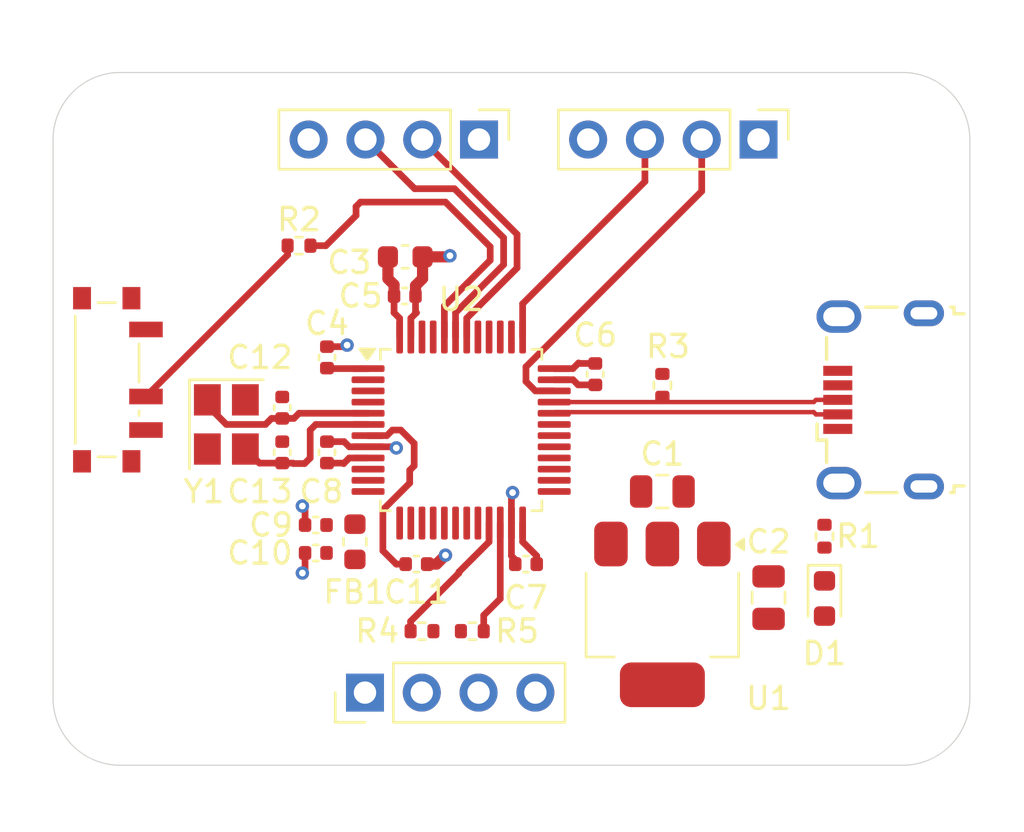
<source format=kicad_pcb>
(kicad_pcb (version 20240108) (generator "pcbnew") (generator_version "8.0")
  (layers (0 "F.Cu" signal) (31 "B.Cu" power) (34 "B.Paste" user) (35 "F.Paste" user) (36 "B.SilkS" user "B.Silkscreen") (37 "F.SilkS" user "F.Silkscreen") (38 "B.Mask" user) (39 "F.Mask" user) (44 "Edge.Cuts" user))
  (net 0 "")
  (net 1 "VBUS")
  (net 2 "GND")
  (net 3 "+3.3V")
  (net 4 "+3.3VA")
  (net 5 "/NRST")
  (net 6 "/HSE_IN")
  (net 7 "/HSE_OUT")
  (net 8 "/PWR_LED_K")
  (net 13 "/USB_D-")
  (net 14 "/USB_D+")
  (net 16 "/SWDIO")
  (net 17 "/SWCLK")
  (net 18 "/USART1_RX")
  (net 19 "/USART1_TX")
  (net 20 "/I2C2_SCL")
  (net 21 "/I2C2_SDA")
  (net 22 "Net-(U2-BOOT0)")
  (net 23 "/SW_BOOT0")
  (footprint "Capacitor_SMD:C_0402_1005Metric" (layer "F.Cu") (at 70.5 61.75 90)
    (property "Reference" "C4" (at 1.52 0 0) (layer "F.SilkS"))
    (property "Value" "100n")
    (fp_line (start -0.107836 -0.36) (end 0.107836 -0.36) (stroke (width 0.12)) (layer "F.SilkS"))
    (fp_line (start -0.107836 0.36) (end 0.107836 0.36) (stroke (width 0.12)) (layer "F.SilkS"))
    (pad "1" smd roundrect (at -0.48 0 90) (size 0.56 0.62) (layers "F.Cu" "F.Paste" "F.Mask") (net 3 "+3.3V"))
    (pad "2" smd roundrect (at 0.48 0 90) (size 0.56 0.62) (layers "F.Cu" "F.Paste" "F.Mask") (net 2 "GND"))
  )
  (footprint "Capacitor_SMD:C_0402_1005Metric" (layer "F.Cu") (at 68.5 64 90)
    (property "Reference" "C12" (at 2.25 -1 0) (layer "F.SilkS"))
    (property "Value" "10p")
    (fp_line (start -0.107836 -0.36) (end 0.107836 -0.36) (stroke (width 0.12)) (layer "F.SilkS"))
    (fp_line (start -0.107836 0.36) (end 0.107836 0.36) (stroke (width 0.12)) (layer "F.SilkS"))
    (pad "1" smd roundrect (at -0.48 0 90) (size 0.56 0.62) (layers "F.Cu" "F.Paste" "F.Mask") (net 6 "/HSE_IN"))
    (pad "2" smd roundrect (at 0.48 0 90) (size 0.56 0.62) (layers "F.Cu" "F.Paste" "F.Mask") (net 2 "GND"))
  )
  (footprint "Resistor_SMD:R_0402_1005Metric" (layer "F.Cu") (at 74.75 74 180)
    (property "Reference" "R4" (at 2 0 180) (layer "F.SilkS"))
    (property "Value" "1k5")
    (fp_line (start -0.153641 0.38) (end 0.153641 0.38) (stroke (width 0.12)) (layer "F.SilkS"))
    (fp_line (start -0.153641 -0.38) (end 0.153641 -0.38) (stroke (width 0.12)) (layer "F.SilkS"))
    (pad "1" smd roundrect (at -0.51 0 180) (size 0.54 0.64) (layers "F.Cu" "F.Paste" "F.Mask") (net 3 "+3.3V"))
    (pad "2" smd roundrect (at 0.51 0 180) (size 0.54 0.64) (layers "F.Cu" "F.Paste" "F.Mask") (net 20 "/I2C2_SCL"))
  )
  (footprint "Capacitor_SMD:C_0402_1005Metric" (layer "F.Cu") (at 79.4 71 180)
    (property "Reference" "C7" (at 0 -1.5 180) (layer "F.SilkS"))
    (property "Value" "100n")
    (fp_line (start -0.107836 0.36) (end 0.107836 0.36) (stroke (width 0.12)) (layer "F.SilkS"))
    (fp_line (start -0.107836 -0.36) (end 0.107836 -0.36) (stroke (width 0.12)) (layer "F.SilkS"))
    (pad "1" smd roundrect (at -0.48 0 180) (size 0.56 0.62) (layers "F.Cu" "F.Paste" "F.Mask") (net 3 "+3.3V"))
    (pad "2" smd roundrect (at 0.48 0 180) (size 0.56 0.62) (layers "F.Cu" "F.Paste" "F.Mask") (net 2 "GND"))
  )
  (footprint "Connector_PinHeader_2.54mm:PinHeader_1x04_P2.54mm_Vertical" (layer "F.Cu") (at 72.2 76.75 90)
    (property "Reference" "J4")
    (property "Value" "Conn_01x04_Pin")
    (fp_line (start -1.33 -1.33) (end 0 -1.33) (stroke (width 0.12)) (layer "F.SilkS"))
    (fp_line (start -1.33 0) (end -1.33 -1.33) (stroke (width 0.12)) (layer "F.SilkS"))
    (fp_line (start 1.33 1.27) (end 1.33 8.95) (stroke (width 0.12)) (layer "F.SilkS"))
    (fp_line (start -1.33 1.27) (end 1.33 1.27) (stroke (width 0.12)) (layer "F.SilkS"))
    (fp_line (start -1.33 1.27) (end -1.33 8.95) (stroke (width 0.12)) (layer "F.SilkS"))
    (fp_line (start -1.33 8.95) (end 1.33 8.95) (stroke (width 0.12)) (layer "F.SilkS"))
    (pad "1" thru_hole rect (at 0 0 90) (size 1.7 1.7) (drill 1) (layers "*.Cu" "*.Mask") (net 3 "+3.3V"))
    (pad "2" thru_hole oval (at 0 2.54 90) (size 1.7 1.7) (drill 1) (layers "*.Cu" "*.Mask") (net 20 "/I2C2_SCL"))
    (pad "3" thru_hole oval (at 0 5.08 90) (size 1.7 1.7) (drill 1) (layers "*.Cu" "*.Mask") (net 21 "/I2C2_SDA"))
    (pad "4" thru_hole oval (at 0 7.62 90) (size 1.7 1.7) (drill 1) (layers "*.Cu" "*.Mask") (net 2 "GND"))
  )
  (footprint "Capacitor_SMD:C_0603_1608Metric" (layer "F.Cu") (at 74 57.25)
    (property "Reference" "C3" (at -2.5 0.25 0) (layer "F.SilkS"))
    (property "Value" "10n")
    (fp_line (start -0.14058 -0.51) (end 0.14058 -0.51) (stroke (width 0.12)) (layer "F.SilkS"))
    (fp_line (start -0.14058 0.51) (end 0.14058 0.51) (stroke (width 0.12)) (layer "F.SilkS"))
    (pad "1" smd roundrect (at -0.775 0) (size 0.9 0.95) (layers "F.Cu" "F.Paste" "F.Mask") (net 3 "+3.3V"))
    (pad "2" smd roundrect (at 0.775 0) (size 0.9 0.95) (layers "F.Cu" "F.Paste" "F.Mask") (net 2 "GND"))
  )
  (footprint "Package_QFP:LQFP-48_7x7mm_P0.5mm" (layer "F.Cu") (at 76.5 65)
    (property "Reference" "U2" (at 0 -5.85 0) (layer "F.SilkS"))
    (property "Value" "STM32F103C8T6")
    (fp_line (start -3.61 -3.61) (end -3.61 -3.16) (stroke (width 0.12)) (layer "F.SilkS"))
    (fp_line (start -3.61 3.61) (end -3.61 3.16) (stroke (width 0.12)) (layer "F.SilkS"))
    (fp_line (start -3.16 -3.61) (end -3.61 -3.61) (stroke (width 0.12)) (layer "F.SilkS"))
    (fp_line (start -3.16 3.61) (end -3.61 3.61) (stroke (width 0.12)) (layer "F.SilkS"))
    (fp_line (start 3.16 -3.61) (end 3.61 -3.61) (stroke (width 0.12)) (layer "F.SilkS"))
    (fp_line (start 3.16 3.61) (end 3.61 3.61) (stroke (width 0.12)) (layer "F.SilkS"))
    (fp_line (start 3.61 -3.61) (end 3.61 -3.16) (stroke (width 0.12)) (layer "F.SilkS"))
    (fp_line (start 3.61 3.61) (end 3.61 3.16) (stroke (width 0.12)) (layer "F.SilkS"))
    (fp_poly (pts (xy -4.2 -3.16) (xy -4.54 -3.63) (xy -3.86 -3.63) (xy -4.2 -3.16)) (stroke (width 0.12)) (fill solid) (layer "F.SilkS"))
    (pad "1" smd roundrect (at -4.1625 -2.75) (size 1.475 0.3) (layers "F.Cu" "F.Paste" "F.Mask") (net 3 "+3.3V"))
    (pad "2" smd roundrect (at -4.1625 -2.25) (size 1.475 0.3) (layers "F.Cu" "F.Paste" "F.Mask"))
    (pad "3" smd roundrect (at -4.1625 -1.75) (size 1.475 0.3) (layers "F.Cu" "F.Paste" "F.Mask"))
    (pad "4" smd roundrect (at -4.1625 -1.25) (size 1.475 0.3) (layers "F.Cu" "F.Paste" "F.Mask"))
    (pad "5" smd roundrect (at -4.1625 -0.75) (size 1.475 0.3) (layers "F.Cu" "F.Paste" "F.Mask") (net 6 "/HSE_IN"))
    (pad "6" smd roundrect (at -4.1625 -0.25) (size 1.475 0.3) (layers "F.Cu" "F.Paste" "F.Mask") (net 7 "/HSE_OUT"))
    (pad "7" smd roundrect (at -4.1625 0.25) (size 1.475 0.3) (layers "F.Cu" "F.Paste" "F.Mask") (net 5 "/NRST"))
    (pad "8" smd roundrect (at -4.1625 0.75) (size 1.475 0.3) (layers "F.Cu" "F.Paste" "F.Mask") (net 2 "GND"))
    (pad "9" smd roundrect (at -4.1625 1.25) (size 1.475 0.3) (layers "F.Cu" "F.Paste" "F.Mask") (net 4 "+3.3VA"))
    (pad "10" smd roundrect (at -4.1625 1.75) (size 1.475 0.3) (layers "F.Cu" "F.Paste" "F.Mask"))
    (pad "11" smd roundrect (at -4.1625 2.25) (size 1.475 0.3) (layers "F.Cu" "F.Paste" "F.Mask"))
    (pad "12" smd roundrect (at -4.1625 2.75) (size 1.475 0.3) (layers "F.Cu" "F.Paste" "F.Mask"))
    (pad "13" smd roundrect (at -2.75 4.1625) (size 0.3 1.475) (layers "F.Cu" "F.Paste" "F.Mask"))
    (pad "14" smd roundrect (at -2.25 4.1625) (size 0.3 1.475) (layers "F.Cu" "F.Paste" "F.Mask"))
    (pad "15" smd roundrect (at -1.75 4.1625) (size 0.3 1.475) (layers "F.Cu" "F.Paste" "F.Mask"))
    (pad "16" smd roundrect (at -1.25 4.1625) (size 0.3 1.475) (layers "F.Cu" "F.Paste" "F.Mask"))
    (pad "17" smd roundrect (at -0.75 4.1625) (size 0.3 1.475) (layers "F.Cu" "F.Paste" "F.Mask"))
    (pad "18" smd roundrect (at -0.25 4.1625) (size 0.3 1.475) (layers "F.Cu" "F.Paste" "F.Mask"))
    (pad "19" smd roundrect (at 0.25 4.1625) (size 0.3 1.475) (layers "F.Cu" "F.Paste" "F.Mask"))
    (pad "20" smd roundrect (at 0.75 4.1625) (size 0.3 1.475) (layers "F.Cu" "F.Paste" "F.Mask"))
    (pad "21" smd roundrect (at 1.25 4.1625) (size 0.3 1.475) (layers "F.Cu" "F.Paste" "F.Mask") (net 20 "/I2C2_SCL"))
    (pad "22" smd roundrect (at 1.75 4.1625) (size 0.3 1.475) (layers "F.Cu" "F.Paste" "F.Mask") (net 21 "/I2C2_SDA"))
    (pad "23" smd roundrect (at 2.25 4.1625) (size 0.3 1.475) (layers "F.Cu" "F.Paste" "F.Mask") (net 2 "GND"))
    (pad "24" smd roundrect (at 2.75 4.1625) (size 0.3 1.475) (layers "F.Cu" "F.Paste" "F.Mask") (net 3 "+3.3V"))
    (pad "25" smd roundrect (at 4.1625 2.75) (size 1.475 0.3) (layers "F.Cu" "F.Paste" "F.Mask"))
    (pad "26" smd roundrect (at 4.1625 2.25) (size 1.475 0.3) (layers "F.Cu" "F.Paste" "F.Mask"))
    (pad "27" smd roundrect (at 4.1625 1.75) (size 1.475 0.3) (layers "F.Cu" "F.Paste" "F.Mask"))
    (pad "28" smd roundrect (at 4.1625 1.25) (size 1.475 0.3) (layers "F.Cu" "F.Paste" "F.Mask"))
    (pad "29" smd roundrect (at 4.1625 0.75) (size 1.475 0.3) (layers "F.Cu" "F.Paste" "F.Mask"))
    (pad "30" smd roundrect (at 4.1625 0.25) (size 1.475 0.3) (layers "F.Cu" "F.Paste" "F.Mask"))
    (pad "31" smd roundrect (at 4.1625 -0.25) (size 1.475 0.3) (layers "F.Cu" "F.Paste" "F.Mask"))
    (pad "32" smd roundrect (at 4.1625 -0.75) (size 1.475 0.3) (layers "F.Cu" "F.Paste" "F.Mask") (net 13 "/USB_D-"))
    (pad "33" smd roundrect (at 4.1625 -1.25) (size 1.475 0.3) (layers "F.Cu" "F.Paste" "F.Mask") (net 14 "/USB_D+"))
    (pad "34" smd roundrect (at 4.1625 -1.75) (size 1.475 0.3) (layers "F.Cu" "F.Paste" "F.Mask") (net 16 "/SWDIO"))
    (pad "35" smd roundrect (at 4.1625 -2.25) (size 1.475 0.3) (layers "F.Cu" "F.Paste" "F.Mask") (net 2 "GND"))
    (pad "36" smd roundrect (at 4.1625 -2.75) (size 1.475 0.3) (layers "F.Cu" "F.Paste" "F.Mask") (net 3 "+3.3V"))
    (pad "37" smd roundrect (at 2.75 -4.1625) (size 0.3 1.475) (layers "F.Cu" "F.Paste" "F.Mask") (net 17 "/SWCLK"))
    (pad "38" smd roundrect (at 2.25 -4.1625) (size 0.3 1.475) (layers "F.Cu" "F.Paste" "F.Mask"))
    (pad "39" smd roundrect (at 1.75 -4.1625) (size 0.3 1.475) (layers "F.Cu" "F.Paste" "F.Mask"))
    (pad "40" smd roundrect (at 1.25 -4.1625) (size 0.3 1.475) (layers "F.Cu" "F.Paste" "F.Mask"))
    (pad "41" smd roundrect (at 0.75 -4.1625) (size 0.3 1.475) (layers "F.Cu" "F.Paste" "F.Mask"))
    (pad "42" smd roundrect (at 0.25 -4.1625) (size 0.3 1.475) (layers "F.Cu" "F.Paste" "F.Mask") (net 19 "/USART1_TX"))
    (pad "43" smd roundrect (at -0.25 -4.1625) (size 0.3 1.475) (layers "F.Cu" "F.Paste" "F.Mask") (net 18 "/USART1_RX"))
    (pad "44" smd roundrect (at -0.75 -4.1625) (size 0.3 1.475) (layers "F.Cu" "F.Paste" "F.Mask") (net 22 "Net-(U2-BOOT0)"))
    (pad "45" smd roundrect (at -1.25 -4.1625) (size 0.3 1.475) (layers "F.Cu" "F.Paste" "F.Mask"))
    (pad "46" smd roundrect (at -1.75 -4.1625) (size 0.3 1.475) (layers "F.Cu" "F.Paste" "F.Mask"))
    (pad "47" smd roundrect (at -2.25 -4.1625) (size 0.3 1.475) (layers "F.Cu" "F.Paste" "F.Mask") (net 2 "GND"))
    (pad "48" smd roundrect (at -2.75 -4.1625) (size 0.3 1.475) (layers "F.Cu" "F.Paste" "F.Mask") (net 3 "+3.3V"))
  )
  (footprint "Crystal:Crystal_SMD_3225-4Pin_3.2x2.5mm" (layer "F.Cu") (at 66 64.75 -90)
    (property "Reference" "Y1" (at 3 1 180) (layer "F.SilkS"))
    (property "Value" "16MHz")
    (fp_line (start -2 1.65) (end 2 1.65) (stroke (width 0.12)) (layer "F.SilkS"))
    (fp_line (start -2 -1.65) (end -2 1.65) (stroke (width 0.12)) (layer "F.SilkS"))
    (pad "1" smd rect (at -1.1 0.85 270) (size 1.4 1.2) (layers "F.Cu" "F.Paste" "F.Mask") (net 6 "/HSE_IN"))
    (pad "2" smd rect (at 1.1 0.85 270) (size 1.4 1.2) (layers "F.Cu" "F.Paste" "F.Mask") (net 2 "GND"))
    (pad "3" smd rect (at 1.1 -0.85 270) (size 1.4 1.2) (layers "F.Cu" "F.Paste" "F.Mask") (net 7 "/HSE_OUT"))
    (pad "4" smd rect (at -1.1 -0.85 270) (size 1.4 1.2) (layers "F.Cu" "F.Paste" "F.Mask") (net 2 "GND"))
  )
  (footprint "MountingHole:MountingHole_2.2mm_M2" (layer "F.Cu") (at 61.25 77)
    (property "Reference" "H1")
    (property "Value" "MountingHole")
    (pad "" np_thru_hole circle (at 0 0) (size 2.2 2.2) (drill 2.2) (layers "*.Cu" "*.Mask"))
  )
  (footprint "Capacitor_SMD:C_0402_1005Metric" (layer "F.Cu") (at 70.5 66 90)
    (property "Reference" "C8" (at -1.75 -0.25 0) (layer "F.SilkS"))
    (property "Value" "10n")
    (fp_line (start -0.107836 -0.36) (end 0.107836 -0.36) (stroke (width 0.12)) (layer "F.SilkS"))
    (fp_line (start -0.107836 0.36) (end 0.107836 0.36) (stroke (width 0.12)) (layer "F.SilkS"))
    (pad "1" smd roundrect (at -0.48 0 90) (size 0.56 0.62) (layers "F.Cu" "F.Paste" "F.Mask") (net 4 "+3.3VA"))
    (pad "2" smd roundrect (at 0.48 0 90) (size 0.56 0.62) (layers "F.Cu" "F.Paste" "F.Mask") (net 2 "GND"))
  )
  (footprint "Capacitor_SMD:C_0402_1005Metric" (layer "F.Cu") (at 70 70.5 180)
    (property "Reference" "C10" (at 2.5 0 180) (layer "F.SilkS"))
    (property "Value" "1u")
    (fp_line (start -0.107836 0.36) (end 0.107836 0.36) (stroke (width 0.12)) (layer "F.SilkS"))
    (fp_line (start -0.107836 -0.36) (end 0.107836 -0.36) (stroke (width 0.12)) (layer "F.SilkS"))
    (pad "1" smd roundrect (at -0.48 0 180) (size 0.56 0.62) (layers "F.Cu" "F.Paste" "F.Mask") (net 3 "+3.3V"))
    (pad "2" smd roundrect (at 0.48 0 180) (size 0.56 0.62) (layers "F.Cu" "F.Paste" "F.Mask") (net 2 "GND"))
  )
  (footprint "Inductor_SMD:L_0603_1608Metric" (layer "F.Cu") (at 71.75 70 -90)
    (property "Reference" "FB1" (at 2.25 0 180) (layer "F.SilkS"))
    (property "Value" "120R")
    (fp_line (start -0.162779 0.51) (end 0.162779 0.51) (stroke (width 0.12)) (layer "F.SilkS"))
    (fp_line (start -0.162779 -0.51) (end 0.162779 -0.51) (stroke (width 0.12)) (layer "F.SilkS"))
    (pad "1" smd roundrect (at -0.7875 0 270) (size 0.875 0.95) (layers "F.Cu" "F.Paste" "F.Mask") (net 4 "+3.3VA"))
    (pad "2" smd roundrect (at 0.7875 0 270) (size 0.875 0.95) (layers "F.Cu" "F.Paste" "F.Mask") (net 3 "+3.3V"))
  )
  (footprint "MountingHole:MountingHole_2.2mm_M2" (layer "F.Cu") (at 96.25 77)
    (property "Reference" "H2")
    (property "Value" "MountingHole")
    (pad "" np_thru_hole circle (at 0 0) (size 2.2 2.2) (drill 2.2) (layers "*.Cu" "*.Mask"))
  )
  (footprint "Capacitor_SMD:C_0402_1005Metric" (layer "F.Cu") (at 70 69.25 180)
    (property "Reference" "C9" (at 2 0 180) (layer "F.SilkS"))
    (property "Value" "1u")
    (fp_line (start -0.107836 0.36) (end 0.107836 0.36) (stroke (width 0.12)) (layer "F.SilkS"))
    (fp_line (start -0.107836 -0.36) (end 0.107836 -0.36) (stroke (width 0.12)) (layer "F.SilkS"))
    (pad "1" smd roundrect (at -0.48 0 180) (size 0.56 0.62) (layers "F.Cu" "F.Paste" "F.Mask") (net 4 "+3.3VA"))
    (pad "2" smd roundrect (at 0.48 0 180) (size 0.56 0.62) (layers "F.Cu" "F.Paste" "F.Mask") (net 2 "GND"))
  )
  (footprint "Capacitor_SMD:C_0402_1005Metric" (layer "F.Cu") (at 68.5 66 90)
    (property "Reference" "C13" (at -1.75 -1 0) (layer "F.SilkS"))
    (property "Value" "10p")
    (fp_line (start -0.107836 -0.36) (end 0.107836 -0.36) (stroke (width 0.12)) (layer "F.SilkS"))
    (fp_line (start -0.107836 0.36) (end 0.107836 0.36) (stroke (width 0.12)) (layer "F.SilkS"))
    (pad "1" smd roundrect (at -0.48 0 90) (size 0.56 0.62) (layers "F.Cu" "F.Paste" "F.Mask") (net 7 "/HSE_OUT"))
    (pad "2" smd roundrect (at 0.48 0 90) (size 0.56 0.62) (layers "F.Cu" "F.Paste" "F.Mask") (net 2 "GND"))
  )
  (footprint "MountingHole:MountingHole_2.2mm_M2" (layer "F.Cu") (at 61.25 52)
    (property "Reference" "H4")
    (property "Value" "MountingHole")
    (pad "" np_thru_hole circle (at 0 0) (size 2.2 2.2) (drill 2.2) (layers "*.Cu" "*.Mask"))
  )
  (footprint "Connector_PinHeader_2.54mm:PinHeader_1x04_P2.54mm_Vertical" (layer "F.Cu") (at 77.3 52 -90)
    (property "Reference" "J3")
    (property "Value" "Conn_01x04_Pin")
    (fp_line (start -1.33 8.95) (end 1.33 8.95) (stroke (width 0.12)) (layer "F.SilkS"))
    (fp_line (start -1.33 1.27) (end -1.33 8.95) (stroke (width 0.12)) (layer "F.SilkS"))
    (fp_line (start -1.33 1.27) (end 1.33 1.27) (stroke (width 0.12)) (layer "F.SilkS"))
    (fp_line (start 1.33 1.27) (end 1.33 8.95) (stroke (width 0.12)) (layer "F.SilkS"))
    (fp_line (start -1.33 0) (end -1.33 -1.33) (stroke (width 0.12)) (layer "F.SilkS"))
    (fp_line (start -1.33 -1.33) (end 0 -1.33) (stroke (width 0.12)) (layer "F.SilkS"))
    (pad "1" thru_hole rect (at 0 0 270) (size 1.7 1.7) (drill 1) (layers "*.Cu" "*.Mask") (net 3 "+3.3V"))
    (pad "2" thru_hole oval (at 0 2.54 270) (size 1.7 1.7) (drill 1) (layers "*.Cu" "*.Mask") (net 19 "/USART1_TX"))
    (pad "3" thru_hole oval (at 0 5.08 270) (size 1.7 1.7) (drill 1) (layers "*.Cu" "*.Mask") (net 18 "/USART1_RX"))
    (pad "4" thru_hole oval (at 0 7.62 270) (size 1.7 1.7) (drill 1) (layers "*.Cu" "*.Mask") (net 2 "GND"))
  )
  (footprint "LED_SMD:LED_0603_1608Metric" (layer "F.Cu") (at 92.75 72.5375 -90)
    (property "Reference" "D1" (at 2.4625 0 180) (layer "F.SilkS"))
    (property "Value" "RED")
    (fp_line (start -1.485 0.735) (end 0.8 0.735) (stroke (width 0.12)) (layer "F.SilkS"))
    (fp_line (start -1.485 -0.735) (end -1.485 0.735) (stroke (width 0.12)) (layer "F.SilkS"))
    (fp_line (start 0.8 -0.735) (end -1.485 -0.735) (stroke (width 0.12)) (layer "F.SilkS"))
    (pad "1" smd roundrect (at -0.7875 0 270) (size 0.875 0.95) (layers "F.Cu" "F.Paste" "F.Mask") (net 8 "/PWR_LED_K"))
    (pad "2" smd roundrect (at 0.7875 0 270) (size 0.875 0.95) (layers "F.Cu" "F.Paste" "F.Mask") (net 3 "+3.3V"))
  )
  (footprint "Resistor_SMD:R_0402_1005Metric" (layer "F.Cu") (at 92.75 69.75 90)
    (property "Reference" "R1" (at 0 1.5 0) (layer "F.SilkS"))
    (property "Value" "1k5")
    (fp_line (start -0.153641 -0.38) (end 0.153641 -0.38) (stroke (width 0.12)) (layer "F.SilkS"))
    (fp_line (start -0.153641 0.38) (end 0.153641 0.38) (stroke (width 0.12)) (layer "F.SilkS"))
    (pad "1" smd roundrect (at -0.51 0 90) (size 0.54 0.64) (layers "F.Cu" "F.Paste" "F.Mask") (net 8 "/PWR_LED_K"))
    (pad "2" smd roundrect (at 0.51 0 90) (size 0.54 0.64) (layers "F.Cu" "F.Paste" "F.Mask") (net 2 "GND"))
  )
  (footprint "Connector_PinHeader_2.54mm:PinHeader_1x04_P2.54mm_Vertical" (layer "F.Cu") (at 89.8 52 -90)
    (property "Reference" "J2")
    (property "Value" "Conn_01x04_Pin")
    (fp_line (start -1.33 8.95) (end 1.33 8.95) (stroke (width 0.12)) (layer "F.SilkS"))
    (fp_line (start -1.33 1.27) (end -1.33 8.95) (stroke (width 0.12)) (layer "F.SilkS"))
    (fp_line (start -1.33 1.27) (end 1.33 1.27) (stroke (width 0.12)) (layer "F.SilkS"))
    (fp_line (start 1.33 1.27) (end 1.33 8.95) (stroke (width 0.12)) (layer "F.SilkS"))
    (fp_line (start -1.33 0) (end -1.33 -1.33) (stroke (width 0.12)) (layer "F.SilkS"))
    (fp_line (start -1.33 -1.33) (end 0 -1.33) (stroke (width 0.12)) (layer "F.SilkS"))
    (pad "1" thru_hole rect (at 0 0 270) (size 1.7 1.7) (drill 1) (layers "*.Cu" "*.Mask") (net 3 "+3.3V"))
    (pad "2" thru_hole oval (at 0 2.54 270) (size 1.7 1.7) (drill 1) (layers "*.Cu" "*.Mask") (net 16 "/SWDIO"))
    (pad "3" thru_hole oval (at 0 5.08 270) (size 1.7 1.7) (drill 1) (layers "*.Cu" "*.Mask") (net 17 "/SWCLK"))
    (pad "4" thru_hole oval (at 0 7.62 270) (size 1.7 1.7) (drill 1) (layers "*.Cu" "*.Mask") (net 2 "GND"))
  )
  (footprint "Connector_USB:USB_Micro-B_Wuerth_629105150521" (layer "F.Cu") (at 95.245 63.65 90)
    (property "Reference" "J1")
    (property "Value" "USB_B_Micro")
    (fp_line (start -1.075 -2.825) (end -1.8 -2.825) (stroke (width 0.15)) (layer "F.SilkS"))
    (fp_line (start -1.8 -2.825) (end -1.8 -2.4) (stroke (width 0.15)) (layer "F.SilkS"))
    (fp_line (start 1.8 -2.4) (end 2.8 -2.4) (stroke (width 0.15)) (layer "F.SilkS"))
    (fp_line (start -1.8 -2.4) (end -2.8 -2.4) (stroke (width 0.15)) (layer "F.SilkS"))
    (fp_line (start -4.15 -0.65) (end -4.15 0.75) (stroke (width 0.15)) (layer "F.SilkS"))
    (fp_line (start 4.15 0.75) (end 4.15 -0.65) (stroke (width 0.15)) (layer "F.SilkS"))
    (fp_line (start -4.15 3.15) (end -4.15 3.3) (stroke (width 0.15)) (layer "F.SilkS"))
    (fp_line (start 4.15 3.3) (end 4.15 3.15) (stroke (width 0.15)) (layer "F.SilkS"))
    (fp_line (start 3.85 3.3) (end 4.15 3.3) (stroke (width 0.15)) (layer "F.SilkS"))
    (fp_line (start -3.85 3.3) (end -3.85 3.75) (stroke (width 0.15)) (layer "F.SilkS"))
    (fp_line (start -4.15 3.3) (end -3.85 3.3) (stroke (width 0.15)) (layer "F.SilkS"))
    (fp_line (start 3.85 3.75) (end 3.85 3.3) (stroke (width 0.15)) (layer "F.SilkS"))
    (pad "" np_thru_hole oval (at -2.5 -0.8 90) (size 0.8 0.8) (drill 0.8) (layers "*.Cu" "*.Mask"))
    (pad "" np_thru_hole oval (at 2.5 -0.8 90) (size 0.8 0.8) (drill 0.8) (layers "*.Cu" "*.Mask"))
    (pad "1" smd rect (at -1.3 -1.9 90) (size 0.45 1.3) (layers "F.Cu" "F.Paste" "F.Mask") (net 1 "VBUS"))
    (pad "2" smd rect (at -0.65 -1.9 90) (size 0.45 1.3) (layers "F.Cu" "F.Paste" "F.Mask") (net 13 "/USB_D-"))
    (pad "3" smd rect (at 0 -1.9 90) (size 0.45 1.3) (layers "F.Cu" "F.Paste" "F.Mask") (net 14 "/USB_D+"))
    (pad "4" smd rect (at 0.65 -1.9 90) (size 0.45 1.3) (layers "F.Cu" "F.Paste" "F.Mask"))
    (pad "5" smd rect (at 1.3 -1.9 90) (size 0.45 1.3) (layers "F.Cu" "F.Paste" "F.Mask") (net 2 "GND"))
    (pad "6" thru_hole oval (at -3.875 1.95 90) (size 1.15 1.8) (drill oval 0.55 1.2) (layers "*.Cu" "*.Mask"))
    (pad "6" thru_hole oval (at -3.725 -1.85 90) (size 1.45 2) (drill oval 0.85 1.4) (layers "*.Cu" "*.Mask"))
    (pad "6" thru_hole oval (at 3.725 -1.85 90) (size 1.45 2) (drill oval 0.85 1.4) (layers "*.Cu" "*.Mask"))
    (pad "6" thru_hole oval (at 3.875 1.95 90) (size 1.15 1.8) (drill oval 0.55 1.2) (layers "*.Cu" "*.Mask"))
  )
  (footprint "Capacitor_SMD:C_0402_1005Metric" (layer "F.Cu") (at 73.98 59)
    (property "Reference" "C5" (at -1.98 0 0) (layer "F.SilkS"))
    (property "Value" "100n")
    (fp_line (start -0.107836 -0.36) (end 0.107836 -0.36) (stroke (width 0.12)) (layer "F.SilkS"))
    (fp_line (start -0.107836 0.36) (end 0.107836 0.36) (stroke (width 0.12)) (layer "F.SilkS"))
    (pad "1" smd roundrect (at -0.48 0) (size 0.56 0.62) (layers "F.Cu" "F.Paste" "F.Mask") (net 3 "+3.3V"))
    (pad "2" smd roundrect (at 0.48 0) (size 0.56 0.62) (layers "F.Cu" "F.Paste" "F.Mask") (net 2 "GND"))
  )
  (footprint "Resistor_SMD:R_0402_1005Metric" (layer "F.Cu") (at 85.5 63 -90)
    (property "Reference" "R3" (at -1.74 -0.25 180) (layer "F.SilkS"))
    (property "Value" "1k5")
    (fp_line (start -0.153641 0.38) (end 0.153641 0.38) (stroke (width 0.12)) (layer "F.SilkS"))
    (fp_line (start -0.153641 -0.38) (end 0.153641 -0.38) (stroke (width 0.12)) (layer "F.SilkS"))
    (pad "1" smd roundrect (at -0.51 0 270) (size 0.54 0.64) (layers "F.Cu" "F.Paste" "F.Mask") (net 3 "+3.3V"))
    (pad "2" smd roundrect (at 0.51 0 270) (size 0.54 0.64) (layers "F.Cu" "F.Paste" "F.Mask") (net 14 "/USB_D+"))
  )
  (footprint "Capacitor_SMD:C_0805_2012Metric" (layer "F.Cu") (at 90.25 72.5 90)
    (property "Reference" "C2" (at 2.5 0 0) (layer "F.SilkS"))
    (property "Value" "22u")
    (fp_line (start -0.261252 -0.735) (end 0.261252 -0.735) (stroke (width 0.12)) (layer "F.SilkS"))
    (fp_line (start -0.261252 0.735) (end 0.261252 0.735) (stroke (width 0.12)) (layer "F.SilkS"))
    (pad "1" smd roundrect (at -0.95 0 90) (size 1 1.45) (layers "F.Cu" "F.Paste" "F.Mask") (net 3 "+3.3V"))
    (pad "2" smd roundrect (at 0.95 0 90) (size 1 1.45) (layers "F.Cu" "F.Paste" "F.Mask") (net 2 "GND"))
  )
  (footprint "Capacitor_SMD:C_0402_1005Metric" (layer "F.Cu") (at 82.5 62.5 -90)
    (property "Reference" "C6" (at -1.75 0 180) (layer "F.SilkS"))
    (property "Value" "100n")
    (fp_line (start -0.107836 0.36) (end 0.107836 0.36) (stroke (width 0.12)) (layer "F.SilkS"))
    (fp_line (start -0.107836 -0.36) (end 0.107836 -0.36) (stroke (width 0.12)) (layer "F.SilkS"))
    (pad "1" smd roundrect (at -0.48 0 270) (size 0.56 0.62) (layers "F.Cu" "F.Paste" "F.Mask") (net 3 "+3.3V"))
    (pad "2" smd roundrect (at 0.48 0 270) (size 0.56 0.62) (layers "F.Cu" "F.Paste" "F.Mask") (net 2 "GND"))
  )
  (footprint "Button_Switch_SMD:SW_SPDT_PCM12" (layer "F.Cu") (at 60.975 62.75 -90)
    (property "Reference" "SW1")
    (property "Value" "SW_SPDT")
    (fp_line (start -2.85 1.73) (end 2.85 1.73) (stroke (width 0.12)) (layer "F.SilkS"))
    (fp_line (start 3.45 0.72) (end 3.45 -0.07) (stroke (width 0.12)) (layer "F.SilkS"))
    (fp_line (start -3.45 -0.07) (end -3.45 0.72) (stroke (width 0.12)) (layer "F.SilkS"))
    (fp_line (start -1.6 -1.12) (end 0.1 -1.12) (stroke (width 0.12)) (layer "F.SilkS"))
    (fp_line (start 1.4 -1.12) (end 1.6 -1.12) (stroke (width 0.12)) (layer "F.SilkS"))
    (pad "" smd rect (at -3.65 -0.78 270) (size 1 0.8) (layers "F.Cu" "F.Paste" "F.Mask"))
    (pad "" smd rect (at -3.65 1.43 270) (size 1 0.8) (layers "F.Cu" "F.Paste" "F.Mask"))
    (pad "" np_thru_hole circle (at -1.5 0.33 270) (size 0.9 0.9) (drill 0.9) (layers "*.Cu" "*.Mask"))
    (pad "" np_thru_hole circle (at 1.5 0.33 270) (size 0.9 0.9) (drill 0.9) (layers "*.Cu" "*.Mask"))
    (pad "" smd rect (at 3.65 -0.78 270) (size 1 0.8) (layers "F.Cu" "F.Paste" "F.Mask"))
    (pad "" smd rect (at 3.65 1.43 270) (size 1 0.8) (layers "F.Cu" "F.Paste" "F.Mask"))
    (pad "1" smd rect (at -2.25 -1.43 270) (size 0.7 1.5) (layers "F.Cu" "F.Paste" "F.Mask") (net 3 "+3.3V"))
    (pad "2" smd rect (at 0.75 -1.43 270) (size 0.7 1.5) (layers "F.Cu" "F.Paste" "F.Mask") (net 23 "/SW_BOOT0"))
    (pad "3" smd rect (at 2.25 -1.43 270) (size 0.7 1.5) (layers "F.Cu" "F.Paste" "F.Mask") (net 2 "GND"))
  )
  (footprint "Capacitor_SMD:C_0402_1005Metric" (layer "F.Cu") (at 74.5 71)
    (property "Reference" "C11" (at 0 1.25 0) (layer "F.SilkS"))
    (property "Value" "100n")
    (fp_line (start -0.107836 -0.36) (end 0.107836 -0.36) (stroke (width 0.12)) (layer "F.SilkS"))
    (fp_line (start -0.107836 0.36) (end 0.107836 0.36) (stroke (width 0.12)) (layer "F.SilkS"))
    (pad "1" smd roundrect (at -0.48 0) (size 0.56 0.62) (layers "F.Cu" "F.Paste" "F.Mask") (net 5 "/NRST"))
    (pad "2" smd roundrect (at 0.48 0) (size 0.56 0.62) (layers "F.Cu" "F.Paste" "F.Mask") (net 2 "GND"))
  )
  (footprint "MountingHole:MountingHole_2.2mm_M2" (layer "F.Cu") (at 96.25 52)
    (property "Reference" "H3")
    (property "Value" "MountingHole")
    (pad "" np_thru_hole circle (at 0 0) (size 2.2 2.2) (drill 2.2) (layers "*.Cu" "*.Mask"))
  )
  (footprint "Package_TO_SOT_SMD:SOT-223-3_TabPin2" (layer "F.Cu") (at 85.5 73.25 -90)
    (property "Reference" "U1" (at 3.75 -4.75 180) (layer "F.SilkS"))
    (property "Value" "AMS1117-3.3")
    (fp_line (start -1.85 3.41) (end 1.91 3.41) (stroke (width 0.12)) (layer "F.SilkS"))
    (fp_line (start 1.91 3.41) (end 1.91 2.15) (stroke (width 0.12)) (layer "F.SilkS"))
    (fp_line (start -1.85 -3.41) (end 1.91 -3.41) (stroke (width 0.12)) (layer "F.SilkS"))
    (fp_line (start 1.91 -3.41) (end 1.91 -2.15) (stroke (width 0.12)) (layer "F.SilkS"))
    (fp_poly (pts (xy -3.13 -3.31) (xy -3.37 -3.64) (xy -2.89 -3.64) (xy -3.13 -3.31)) (stroke (width 0.12)) (fill solid) (layer "F.SilkS"))
    (pad "1" smd roundrect (at -3.15 -2.3 270) (size 2 1.5) (layers "F.Cu" "F.Paste" "F.Mask") (net 2 "GND"))
    (pad "2" smd roundrect (at -3.15 0 270) (size 2 1.5) (layers "F.Cu" "F.Paste" "F.Mask") (net 3 "+3.3V"))
    (pad "2" smd roundrect (at 3.15 0 270) (size 2 3.8) (layers "F.Cu" "F.Paste" "F.Mask") (net 3 "+3.3V"))
    (pad "3" smd roundrect (at -3.15 2.3 270) (size 2 1.5) (layers "F.Cu" "F.Paste" "F.Mask") (net 1 "VBUS"))
  )
  (footprint "Capacitor_SMD:C_0805_2012Metric" (layer "F.Cu") (at 85.5 67.75)
    (property "Reference" "C1" (at 0 -1.68 0) (layer "F.SilkS"))
    (property "Value" "22u")
    (fp_line (start -0.261252 -0.735) (end 0.261252 -0.735) (stroke (width 0.12)) (layer "F.SilkS"))
    (fp_line (start -0.261252 0.735) (end 0.261252 0.735) (stroke (width 0.12)) (layer "F.SilkS"))
    (pad "1" smd roundrect (at -0.95 0) (size 1 1.45) (layers "F.Cu" "F.Paste" "F.Mask") (net 1 "VBUS"))
    (pad "2" smd roundrect (at 0.95 0) (size 1 1.45) (layers "F.Cu" "F.Paste" "F.Mask") (net 2 "GND"))
  )
  (footprint "Resistor_SMD:R_0402_1005Metric" (layer "F.Cu") (at 77 74)
    (property "Reference" "R5" (at 2 0 0) (layer "F.SilkS"))
    (property "Value" "1k5")
    (fp_line (start -0.153641 -0.38) (end 0.153641 -0.38) (stroke (width 0.12)) (layer "F.SilkS"))
    (fp_line (start -0.153641 0.38) (end 0.153641 0.38) (stroke (width 0.12)) (layer "F.SilkS"))
    (pad "1" smd roundrect (at -0.51 0) (size 0.54 0.64) (layers "F.Cu" "F.Paste" "F.Mask") (net 3 "+3.3V"))
    (pad "2" smd roundrect (at 0.51 0) (size 0.54 0.64) (layers "F.Cu" "F.Paste" "F.Mask") (net 21 "/I2C2_SDA"))
  )
  (footprint "Resistor_SMD:R_0402_1005Metric" (layer "F.Cu") (at 69.25 56.75)
    (property "Reference" "R2" (at 0 -1.17 0) (layer "F.SilkS"))
    (property "Value" "10k")
    (fp_line (start -0.153641 -0.38) (end 0.153641 -0.38) (stroke (width 0.12)) (layer "F.SilkS"))
    (fp_line (start -0.153641 0.38) (end 0.153641 0.38) (stroke (width 0.12)) (layer "F.SilkS"))
    (pad "1" smd roundrect (at -0.51 0) (size 0.54 0.64) (layers "F.Cu" "F.Paste" "F.Mask") (net 23 "/SW_BOOT0"))
    (pad "2" smd roundrect (at 0.51 0) (size 0.54 0.64) (layers "F.Cu" "F.Paste" "F.Mask") (net 22 "Net-(U2-BOOT0)"))
  )
  (gr_arc (start 61.25 80) (mid 59.12868 79.12132) (end 58.25 77) (stroke (width 0.05)) (layer "Edge.Cuts"))
  (gr_line (start 61.25 80) (end 96.25 80) (stroke (width 0.05)) (layer "Edge.Cuts"))
  (gr_arc (start 99.25 77) (mid 98.37132 79.12132) (end 96.25 80) (stroke (width 0.05)) (layer "Edge.Cuts"))
  (gr_line (start 96.25 49) (end 61.25 49) (stroke (width 0.05)) (layer "Edge.Cuts"))
  (gr_line (start 99.25 77) (end 99.25 52) (stroke (width 0.05)) (layer "Edge.Cuts"))
  (gr_arc (start 58.25 52) (mid 59.12868 49.87868) (end 61.25 49) (stroke (width 0.05)) (layer "Edge.Cuts"))
  (gr_arc (start 96.25 49) (mid 98.37132 49.87868) (end 99.25 52) (stroke (width 0.05)) (layer "Edge.Cuts"))
  (gr_line (start 58.25 77) (end 58.25 52) (stroke (width 0.05)) (layer "Edge.Cuts"))
  (segment (start 74.49688 59.75) (end 74.5 59.75) (width 0.3) (layer "F.Cu") (net 2))
  (segment (start 71.49688 65.75) (end 71.26688 65.52) (width 0.3) (layer "F.Cu") (net 2))
  (segment (start 71.26688 65.52) (end 70.5 65.52) (width 0.3) (layer "F.Cu") (net 2))
  (segment (start 74.775 58.225) (end 74.46 58.54) (width 0.5) (layer "F.Cu") (net 2))
  (segment (start 74.25 60.8375) (end 74.25 59.99688) (width 0.3) (layer "F.Cu") (net 2))
  (segment (start 70.5 61.27) (end 71.33 61.27) (width 0.3) (layer "F.Cu") (net 2))
  (segment (start 72.3375 65.75) (end 71.49688 65.75) (width 0.3) (layer "F.Cu") (net 2))
  (segment (start 75.95 57.25) (end 76 57.2) (width 0.5) (layer "F.Cu") (net 2))
  (segment (start 78.75 67.85) (end 78.8 67.8) (width 0.3) (layer "F.Cu") (net 2))
  (segment (start 78.75 69.1625) (end 78.75 67.85) (width 0.3) (layer "F.Cu") (net 2))
  (segment (start 69.52 71.28) (end 69.4 71.4) (width 0.3) (layer "F.Cu") (net 2))
  (segment (start 78.75 69.1625) (end 78.75 70.63) (width 0.3) (layer "F.Cu") (net 2))
  (segment (start 74.46 58.54) (end 74.46 59) (width 0.5) (layer "F.Cu") (net 2))
  (segment (start 74.98 71) (end 75.4 71) (width 0.5) (layer "F.Cu") (net 2))
  (segment (start 69.52 68.52) (end 69.4 68.4) (width 0.3) (layer "F.Cu") (net 2))
  (segment (start 72.3375 65.75) (end 73.55 65.75) (width 0.3) (layer "F.Cu") (net 2))
  (segment (start 69.52 70.5) (end 69.52 71.28) (width 0.3) (layer "F.Cu") (net 2))
  (segment (start 73.55 65.75) (end 73.6 65.8) (width 0.3) (layer "F.Cu") (net 2))
  (segment (start 74.775 57.25) (end 75.95 57.25) (width 0.5) (layer "F.Cu") (net 2))
  (segment (start 69.52 69.25) (end 69.52 68.52) (width 0.3) (layer "F.Cu") (net 2))
  (segment (start 74.775 57.25) (end 74.775 58.225) (width 0.5) (layer "F.Cu") (net 2))
  (segment (start 74.46 59.71) (end 74.46 59) (width 0.3) (layer "F.Cu") (net 2))
  (segment (start 74.5 59.75) (end 74.46 59.71) (width 0.3) (layer "F.Cu") (net 2))
  (segment (start 71.33 61.27) (end 71.4 61.2) (width 0.3) (layer "F.Cu") (net 2))
  (segment (start 81.73312 62.98) (end 82.5 62.98) (width 0.3) (layer "F.Cu") (net 2))
  (segment (start 78.75 70.63) (end 78.92 70.8) (width 0.3) (layer "F.Cu") (net 2))
  (segment (start 81.50312 62.75) (end 81.73312 62.98) (width 0.3) (layer "F.Cu") (net 2))
  (segment (start 80.6625 62.75) (end 81.50312 62.75) (width 0.3) (layer "F.Cu") (net 2))
  (segment (start 74.25 59.99688) (end 74.49688 59.75) (width 0.3) (layer "F.Cu") (net 2))
  (segment (start 75.4 71) (end 75.8 70.6) (width 0.5) (layer "F.Cu") (net 2))
  (via (at 71.4 61.2) (size 0.6) (drill 0.3) (layers "F.Cu" "B.Cu") (net 2))
  (via (at 76 57.2) (size 0.6) (drill 0.3) (layers "F.Cu" "B.Cu") (net 2))
  (via (at 75.8 70.6) (size 0.6) (drill 0.3) (layers "F.Cu" "B.Cu") (net 2))
  (via (at 69.4 68.4) (size 0.6) (drill 0.3) (layers "F.Cu" "B.Cu") (net 2))
  (via (at 78.8 67.8) (size 0.6) (drill 0.3) (layers "F.Cu" "B.Cu") (net 2))
  (via (at 69.4 71.4) (size 0.6) (drill 0.3) (layers "F.Cu" "B.Cu") (net 2))
  (via (at 73.6 65.8) (size 0.6) (drill 0.3) (layers "F.Cu" "B.Cu") (net 2))
  (segment (start 73.75 60) (end 73.5 59.75) (width 0.3) (layer "F.Cu") (net 3))
  (segment (start 72.3375 62.25) (end 70.52 62.25) (width 0.3) (layer "F.Cu") (net 3))
  (segment (start 73.5 58.5) (end 73.5 59) (width 0.5) (layer "F.Cu") (net 3))
  (segment (start 81.5 62.25) (end 81.75 62) (width 0.3) (layer "F.Cu") (net 3))
  (segment (start 81.77 62.02) (end 82.5 62.02) (width 0.3) (layer "F.Cu") (net 3))
  (segment (start 70.52 62.25) (end 70.5 62.23) (width 0.3) (layer "F.Cu") (net 3))
  (segment (start 79.88 70.63) (end 79.88 70.8) (width 0.3) (layer "F.Cu") (net 3))
  (segment (start 73.225 57.25) (end 73.225 58.225) (width 0.5) (layer "F.Cu") (net 3))
  (segment (start 80.6625 62.25) (end 81.5 62.25) (width 0.3) (layer "F.Cu") (net 3))
  (segment (start 73.225 58.225) (end 73.5 58.5) (width 0.5) (layer "F.Cu") (net 3))
  (segment (start 73.5 59.75) (end 73.5 59) (width 0.3) (layer "F.Cu") (net 3))
  (segment (start 79.25 69.1625) (end 79.25 70) (width 0.3) (layer "F.Cu") (net 3))
  (segment (start 81.75 62) (end 81.77 62.02) (width 0.3) (layer "F.Cu") (net 3))
  (segment (start 79.25 70) (end 79.88 70.63) (width 0.3) (layer "F.Cu") (net 3))
  (segment (start 73.75 60.8375) (end 73.75 60) (width 0.3) (layer "F.Cu") (net 3))
  (segment (start 71.23 66.48) (end 70.5 66.48) (width 0.3) (layer "F.Cu") (net 4))
  (segment (start 71.25 66.49688) (end 71.25 66.5) (width 0.3) (layer "F.Cu") (net 4))
  (segment (start 71.25 66.5) (end 71.23 66.48) (width 0.3) (layer "F.Cu") (net 4))
  (segment (start 72.3375 66.25) (end 71.49688 66.25) (width 0.3) (layer "F.Cu") (net 4))
  (segment (start 71.49688 66.25) (end 71.25 66.49688) (width 0.3) (layer "F.Cu") (net 4))
  (segment (start 73.6 71) (end 74.02 71) (width 0.3) (layer "F.Cu") (net 5))
  (segment (start 73.8 65) (end 74.4 65.6) (width 0.3) (layer "F.Cu") (net 5))
  (segment (start 73.17812 65.25) (end 73.42812 65) (width 0.3) (layer "F.Cu") (net 5))
  (segment (start 73.42812 65) (end 73.8 65) (width 0.3) (layer "F.Cu") (net 5))
  (segment (start 74.2 66.8) (end 74.2 67.37188) (width 0.3) (layer "F.Cu") (net 5))
  (segment (start 74.4 66.6) (end 74.2 66.8) (width 0.3) (layer "F.Cu") (net 5))
  (segment (start 74.2 67.37188) (end 73 68.57188) (width 0.3) (layer "F.Cu") (net 5))
  (segment (start 72.3375 65.25) (end 73.17812 65.25) (width 0.3) (layer "F.Cu") (net 5))
  (segment (start 73 70.4) (end 73.6 71) (width 0.3) (layer "F.Cu") (net 5))
  (segment (start 73 68.57188) (end 73 70.4) (width 0.3) (layer "F.Cu") (net 5))
  (segment (start 74.4 65.6) (end 74.4 66.6) (width 0.3) (layer "F.Cu") (net 5))
  (segment (start 68.02 64.48) (end 67.75 64.75) (width 0.3) (layer "F.Cu") (net 6))
  (segment (start 69.02 64.48) (end 68.5 64.48) (width 0.3) (layer "F.Cu") (net 6))
  (segment (start 72.3375 64.25) (end 69.25 64.25) (width 0.3) (layer "F.Cu") (net 6))
  (segment (start 69.25 64.25) (end 69.02 64.48) (width 0.3) (layer "F.Cu") (net 6))
  (segment (start 67.75 64.75) (end 66 64.75) (width 0.3) (layer "F.Cu") (net 6))
  (segment (start 65.15 63.9) (end 65.15 63.65) (width 0.3) (layer "F.Cu") (net 6))
  (segment (start 68.5 64.48) (end 68.02 64.48) (width 0.3) (layer "F.Cu") (net 6))
  (segment (start 66 64.75) (end 65.15 63.9) (width 0.3) (layer "F.Cu") (net 6))
  (segment (start 68.5 66.48) (end 67.48 66.48) (width 0.3) (layer "F.Cu") (net 7))
  (segment (start 69.5 66.5) (end 69 66.5) (width 0.3) (layer "F.Cu") (net 7))
  (segment (start 72.3375 64.75) (end 70 64.75) (width 0.3) (layer "F.Cu") (net 7))
  (segment (start 69.75 66.25) (end 69.5 66.5) (width 0.3) (layer "F.Cu") (net 7))
  (segment (start 67.48 66.48) (end 66.85 65.85) (width 0.3) (layer "F.Cu") (net 7))
  (segment (start 70 64.75) (end 69.75 65) (width 0.3) (layer "F.Cu") (net 7))
  (segment (start 69 66.5) (end 68.98 66.48) (width 0.3) (layer "F.Cu") (net 7))
  (segment (start 69.75 65) (end 69.75 66.25) (width 0.3) (layer "F.Cu") (net 7))
  (segment (start 68.98 66.48) (end 68.5 66.48) (width 0.3) (layer "F.Cu") (net 7))
  (segment (start 92.269999 64.2) (end 92.369999 64.3) (width 0.2) (layer "F.Cu") (net 13))
  (segment (start 80.6625 64.25) (end 80.7125 64.2) (width 0.2) (layer "F.Cu") (net 13))
  (segment (start 92.369999 64.3) (end 93.345 64.3) (width 0.2) (layer "F.Cu") (net 13))
  (segment (start 80.7125 64.2) (end 92.269999 64.2) (width 0.2) (layer "F.Cu") (net 13))
  (segment (start 92.369999 63.65) (end 93.345 63.65) (width 0.2) (layer "F.Cu") (net 14))
  (segment (start 92.269999 63.75) (end 92.369999 63.65) (width 0.2) (layer "F.Cu") (net 14))
  (segment (start 80.6625 63.75) (end 92.269999 63.75) (width 0.2) (layer "F.Cu") (net 14))
  (segment (start 80.6625 63.25) (end 79.82188 63.25) (width 0.3) (layer "F.Cu") (net 16))
  (segment (start 79.4 62.17188) (end 87.26 54.31188) (width 0.3) (layer "F.Cu") (net 16))
  (segment (start 87.26 54.31188) (end 87.26 52) (width 0.3) (layer "F.Cu") (net 16))
  (segment (start 79.4 62.82812) (end 79.4 62.17188) (width 0.3) (layer "F.Cu") (net 16))
  (segment (start 79.82188 63.25) (end 79.4 62.82812) (width 0.3) (layer "F.Cu") (net 16))
  (segment (start 84.72 53.88) (end 84.72 52) (width 0.3) (layer "F.Cu") (net 17))
  (segment (start 79.25 60.8375) (end 79.25 59.35) (width 0.3) (layer "F.Cu") (net 17))
  (segment (start 79.25 59.35) (end 84.72 53.88) (width 0.3) (layer "F.Cu") (net 17))
  (segment (start 76.25 59.75) (end 78.4 57.6) (width 0.3) (layer "F.Cu") (net 18))
  (segment (start 74.42 54.2) (end 72.22 52) (width 0.3) (layer "F.Cu") (net 18))
  (segment (start 78.4 56.4) (end 76.2 54.2) (width 0.3) (layer "F.Cu") (net 18))
  (segment (start 76.25 60.8375) (end 76.25 59.75) (width 0.3) (layer "F.Cu") (net 18))
  (segment (start 76.2 54.2) (end 74.42 54.2) (width 0.3) (layer "F.Cu") (net 18))
  (segment (start 78.4 57.6) (end 78.4 56.4) (width 0.3) (layer "F.Cu") (net 18))
  (segment (start 76.75 59.99688) (end 79 57.74688) (width 0.3) (layer "F.Cu") (net 19))
  (segment (start 76.75 60.8375) (end 76.75 59.99688) (width 0.3) (layer "F.Cu") (net 19))
  (segment (start 79 56.24) (end 74.76 52) (width 0.3) (layer "F.Cu") (net 19))
  (segment (start 79 57.74688) (end 79 56.24) (width 0.3) (layer "F.Cu") (net 19))
  (segment (start 77.75 70.00312) (end 76.4 71.35312) (width 0.3) (layer "F.Cu") (net 20))
  (segment (start 76.4 71.4) (end 74.24 73.56) (width 0.3) (layer "F.Cu") (net 20))
  (segment (start 74.24 73.56) (end 74.24 74) (width 0.3) (layer "F.Cu") (net 20))
  (segment (start 77.75 69.1625) (end 77.75 70.00312) (width 0.3) (layer "F.Cu") (net 20))
  (segment (start 76.4 71.35312) (end 76.4 71.4) (width 0.3) (layer "F.Cu") (net 20))
  (segment (start 77.51 73.29) (end 77.51 74) (width 0.3) (layer "F.Cu") (net 21))
  (segment (start 78.25 72.55) (end 77.51 73.29) (width 0.3) (layer "F.Cu") (net 21))
  (segment (start 78.25 69.1625) (end 78.25 72.55) (width 0.3) (layer "F.Cu") (net 21))
  (segment (start 75.8 54.8) (end 77.8 56.8) (width 0.3) (layer "F.Cu") (net 22))
  (segment (start 70.45 56.75) (end 71.8 55.4) (width 0.3) (layer "F.Cu") (net 22))
  (segment (start 77.8 56.8) (end 77.8 57.4) (width 0.3) (layer "F.Cu") (net 22))
  (segment (start 77.8 57.4) (end 75.75 59.45) (width 0.3) (layer "F.Cu") (net 22))
  (segment (start 71.8 55.4) (end 71.8 55) (width 0.3) (layer "F.Cu") (net 22))
  (segment (start 69.76 56.75) (end 70.45 56.75) (width 0.3) (layer "F.Cu") (net 22))
  (segment (start 71.8 55) (end 72 54.8) (width 0.3) (layer "F.Cu") (net 22))
  (segment (start 72 54.8) (end 75.8 54.8) (width 0.3) (layer "F.Cu") (net 22))
  (segment (start 75.75 59.45) (end 75.75 60.8375) (width 0.3) (layer "F.Cu") (net 22))
  (segment (start 68.74 56.75) (end 68.74 57.165) (width 0.3) (layer "F.Cu") (net 23))
  (segment (start 68.74 57.165) (end 62.405 63.5) (width 0.3) (layer "F.Cu") (net 23))
)
</source>
